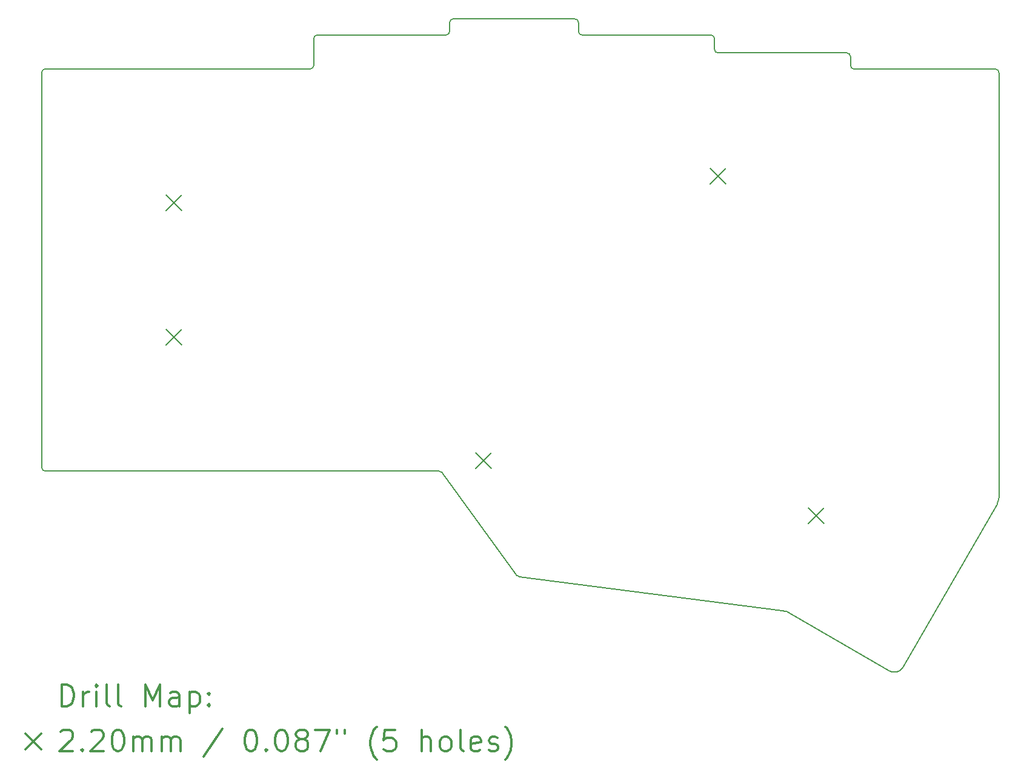
<source format=gbr>
%FSLAX45Y45*%
G04 Gerber Fmt 4.5, Leading zero omitted, Abs format (unit mm)*
G04 Created by KiCad (PCBNEW 5.1.5+dfsg1-2~bpo10+1) date 2020-09-05 13:32:20*
%MOMM*%
%LPD*%
G04 APERTURE LIST*
%TA.AperFunction,Profile*%
%ADD10C,0.150000*%
%TD*%
%ADD11C,0.200000*%
%ADD12C,0.300000*%
G04 APERTURE END LIST*
D10*
X19475000Y-12797500D02*
G75*
G02X19452276Y-12884770I-170224J-2270D01*
G01*
X18129726Y-15178146D02*
G75*
G02X17936925Y-15216096I-115301J77051D01*
G01*
X16442056Y-14377034D02*
G75*
G02X16507500Y-14390000I-33315J-339810D01*
G01*
X18130000Y-15177500D02*
X19452500Y-12885000D01*
X16507500Y-14390000D02*
X17940000Y-15217500D01*
X12775000Y-13900000D02*
X16445000Y-14377500D01*
X12739645Y-13885355D02*
G75*
G03X12775000Y-13900000I35355J35355D01*
G01*
X11685000Y-12440000D02*
X12740000Y-13885000D01*
X17400000Y-6625000D02*
X17400000Y-6750000D01*
X17400000Y-6625000D02*
G75*
G03X17350000Y-6575000I-50000J0D01*
G01*
X17400000Y-6750000D02*
G75*
G03X17450000Y-6800000I50000J0D01*
G01*
X19425000Y-6800000D02*
X17450000Y-6800000D01*
X11685355Y-12439645D02*
G75*
G03X11650000Y-12425000I-35355J-35355D01*
G01*
X6100000Y-12375000D02*
G75*
G03X6150000Y-12425000I50000J0D01*
G01*
X6150000Y-6800000D02*
G75*
G03X6100000Y-6850000I0J-50000D01*
G01*
X9850000Y-6800000D02*
G75*
G03X9900000Y-6750000I0J50000D01*
G01*
X9950000Y-6325000D02*
G75*
G03X9900000Y-6375000I0J-50000D01*
G01*
X11750000Y-6325000D02*
G75*
G03X11800000Y-6275000I0J50000D01*
G01*
X11850000Y-6100000D02*
G75*
G03X11800000Y-6150000I0J-50000D01*
G01*
X13600000Y-6150000D02*
G75*
G03X13550000Y-6100000I-50000J0D01*
G01*
X13600000Y-6275000D02*
G75*
G03X13650000Y-6325000I50000J0D01*
G01*
X15500000Y-6375000D02*
G75*
G03X15450000Y-6325000I-50000J0D01*
G01*
X15500000Y-6525000D02*
G75*
G03X15550000Y-6575000I50000J0D01*
G01*
X19475000Y-6850000D02*
G75*
G03X19425000Y-6800000I-50000J0D01*
G01*
X19475000Y-6850000D02*
X19475000Y-12797500D01*
X11650000Y-12425000D02*
X6149999Y-12425000D01*
X6100000Y-6850000D02*
X6100000Y-12375000D01*
X9850000Y-6800000D02*
X6147499Y-6800000D01*
X9900000Y-6375000D02*
X9900000Y-6750000D01*
X11750000Y-6325000D02*
X9950000Y-6325000D01*
X11800000Y-6150000D02*
X11800000Y-6275000D01*
X13550000Y-6100000D02*
X11850000Y-6100000D01*
X13600000Y-6275000D02*
X13600000Y-6150000D01*
X15450000Y-6325000D02*
X13650000Y-6325000D01*
X15500000Y-6525000D02*
X15500000Y-6375000D01*
X17350000Y-6575000D02*
X15550000Y-6575000D01*
D11*
X16815000Y-12940000D02*
X17035000Y-13160000D01*
X17035000Y-12940000D02*
X16815000Y-13160000D01*
X7840000Y-10440000D02*
X8060000Y-10660000D01*
X8060000Y-10440000D02*
X7840000Y-10660000D01*
X15440000Y-8190000D02*
X15660000Y-8410000D01*
X15660000Y-8190000D02*
X15440000Y-8410000D01*
X12165000Y-12165000D02*
X12385000Y-12385000D01*
X12385000Y-12165000D02*
X12165000Y-12385000D01*
X7840000Y-8565000D02*
X8060000Y-8785000D01*
X8060000Y-8565000D02*
X7840000Y-8785000D01*
D12*
X6378928Y-15712987D02*
X6378928Y-15412987D01*
X6450357Y-15412987D01*
X6493214Y-15427272D01*
X6521786Y-15455844D01*
X6536071Y-15484415D01*
X6550357Y-15541558D01*
X6550357Y-15584415D01*
X6536071Y-15641558D01*
X6521786Y-15670129D01*
X6493214Y-15698701D01*
X6450357Y-15712987D01*
X6378928Y-15712987D01*
X6678928Y-15712987D02*
X6678928Y-15512987D01*
X6678928Y-15570129D02*
X6693214Y-15541558D01*
X6707500Y-15527272D01*
X6736071Y-15512987D01*
X6764643Y-15512987D01*
X6864643Y-15712987D02*
X6864643Y-15512987D01*
X6864643Y-15412987D02*
X6850357Y-15427272D01*
X6864643Y-15441558D01*
X6878928Y-15427272D01*
X6864643Y-15412987D01*
X6864643Y-15441558D01*
X7050357Y-15712987D02*
X7021786Y-15698701D01*
X7007500Y-15670129D01*
X7007500Y-15412987D01*
X7207500Y-15712987D02*
X7178928Y-15698701D01*
X7164643Y-15670129D01*
X7164643Y-15412987D01*
X7550357Y-15712987D02*
X7550357Y-15412987D01*
X7650357Y-15627272D01*
X7750357Y-15412987D01*
X7750357Y-15712987D01*
X8021786Y-15712987D02*
X8021786Y-15555844D01*
X8007500Y-15527272D01*
X7978928Y-15512987D01*
X7921786Y-15512987D01*
X7893214Y-15527272D01*
X8021786Y-15698701D02*
X7993214Y-15712987D01*
X7921786Y-15712987D01*
X7893214Y-15698701D01*
X7878928Y-15670129D01*
X7878928Y-15641558D01*
X7893214Y-15612987D01*
X7921786Y-15598701D01*
X7993214Y-15598701D01*
X8021786Y-15584415D01*
X8164643Y-15512987D02*
X8164643Y-15812987D01*
X8164643Y-15527272D02*
X8193214Y-15512987D01*
X8250357Y-15512987D01*
X8278928Y-15527272D01*
X8293214Y-15541558D01*
X8307500Y-15570129D01*
X8307500Y-15655844D01*
X8293214Y-15684415D01*
X8278928Y-15698701D01*
X8250357Y-15712987D01*
X8193214Y-15712987D01*
X8164643Y-15698701D01*
X8436071Y-15684415D02*
X8450357Y-15698701D01*
X8436071Y-15712987D01*
X8421786Y-15698701D01*
X8436071Y-15684415D01*
X8436071Y-15712987D01*
X8436071Y-15527272D02*
X8450357Y-15541558D01*
X8436071Y-15555844D01*
X8421786Y-15541558D01*
X8436071Y-15527272D01*
X8436071Y-15555844D01*
X5872500Y-16097272D02*
X6092500Y-16317272D01*
X6092500Y-16097272D02*
X5872500Y-16317272D01*
X6364643Y-16071558D02*
X6378928Y-16057272D01*
X6407500Y-16042987D01*
X6478928Y-16042987D01*
X6507500Y-16057272D01*
X6521786Y-16071558D01*
X6536071Y-16100129D01*
X6536071Y-16128701D01*
X6521786Y-16171558D01*
X6350357Y-16342987D01*
X6536071Y-16342987D01*
X6664643Y-16314415D02*
X6678928Y-16328701D01*
X6664643Y-16342987D01*
X6650357Y-16328701D01*
X6664643Y-16314415D01*
X6664643Y-16342987D01*
X6793214Y-16071558D02*
X6807500Y-16057272D01*
X6836071Y-16042987D01*
X6907500Y-16042987D01*
X6936071Y-16057272D01*
X6950357Y-16071558D01*
X6964643Y-16100129D01*
X6964643Y-16128701D01*
X6950357Y-16171558D01*
X6778928Y-16342987D01*
X6964643Y-16342987D01*
X7150357Y-16042987D02*
X7178928Y-16042987D01*
X7207500Y-16057272D01*
X7221786Y-16071558D01*
X7236071Y-16100129D01*
X7250357Y-16157272D01*
X7250357Y-16228701D01*
X7236071Y-16285844D01*
X7221786Y-16314415D01*
X7207500Y-16328701D01*
X7178928Y-16342987D01*
X7150357Y-16342987D01*
X7121786Y-16328701D01*
X7107500Y-16314415D01*
X7093214Y-16285844D01*
X7078928Y-16228701D01*
X7078928Y-16157272D01*
X7093214Y-16100129D01*
X7107500Y-16071558D01*
X7121786Y-16057272D01*
X7150357Y-16042987D01*
X7378928Y-16342987D02*
X7378928Y-16142987D01*
X7378928Y-16171558D02*
X7393214Y-16157272D01*
X7421786Y-16142987D01*
X7464643Y-16142987D01*
X7493214Y-16157272D01*
X7507500Y-16185844D01*
X7507500Y-16342987D01*
X7507500Y-16185844D02*
X7521786Y-16157272D01*
X7550357Y-16142987D01*
X7593214Y-16142987D01*
X7621786Y-16157272D01*
X7636071Y-16185844D01*
X7636071Y-16342987D01*
X7778928Y-16342987D02*
X7778928Y-16142987D01*
X7778928Y-16171558D02*
X7793214Y-16157272D01*
X7821786Y-16142987D01*
X7864643Y-16142987D01*
X7893214Y-16157272D01*
X7907500Y-16185844D01*
X7907500Y-16342987D01*
X7907500Y-16185844D02*
X7921786Y-16157272D01*
X7950357Y-16142987D01*
X7993214Y-16142987D01*
X8021786Y-16157272D01*
X8036071Y-16185844D01*
X8036071Y-16342987D01*
X8621786Y-16028701D02*
X8364643Y-16414415D01*
X9007500Y-16042987D02*
X9036071Y-16042987D01*
X9064643Y-16057272D01*
X9078928Y-16071558D01*
X9093214Y-16100129D01*
X9107500Y-16157272D01*
X9107500Y-16228701D01*
X9093214Y-16285844D01*
X9078928Y-16314415D01*
X9064643Y-16328701D01*
X9036071Y-16342987D01*
X9007500Y-16342987D01*
X8978928Y-16328701D01*
X8964643Y-16314415D01*
X8950357Y-16285844D01*
X8936071Y-16228701D01*
X8936071Y-16157272D01*
X8950357Y-16100129D01*
X8964643Y-16071558D01*
X8978928Y-16057272D01*
X9007500Y-16042987D01*
X9236071Y-16314415D02*
X9250357Y-16328701D01*
X9236071Y-16342987D01*
X9221786Y-16328701D01*
X9236071Y-16314415D01*
X9236071Y-16342987D01*
X9436071Y-16042987D02*
X9464643Y-16042987D01*
X9493214Y-16057272D01*
X9507500Y-16071558D01*
X9521786Y-16100129D01*
X9536071Y-16157272D01*
X9536071Y-16228701D01*
X9521786Y-16285844D01*
X9507500Y-16314415D01*
X9493214Y-16328701D01*
X9464643Y-16342987D01*
X9436071Y-16342987D01*
X9407500Y-16328701D01*
X9393214Y-16314415D01*
X9378928Y-16285844D01*
X9364643Y-16228701D01*
X9364643Y-16157272D01*
X9378928Y-16100129D01*
X9393214Y-16071558D01*
X9407500Y-16057272D01*
X9436071Y-16042987D01*
X9707500Y-16171558D02*
X9678928Y-16157272D01*
X9664643Y-16142987D01*
X9650357Y-16114415D01*
X9650357Y-16100129D01*
X9664643Y-16071558D01*
X9678928Y-16057272D01*
X9707500Y-16042987D01*
X9764643Y-16042987D01*
X9793214Y-16057272D01*
X9807500Y-16071558D01*
X9821786Y-16100129D01*
X9821786Y-16114415D01*
X9807500Y-16142987D01*
X9793214Y-16157272D01*
X9764643Y-16171558D01*
X9707500Y-16171558D01*
X9678928Y-16185844D01*
X9664643Y-16200129D01*
X9650357Y-16228701D01*
X9650357Y-16285844D01*
X9664643Y-16314415D01*
X9678928Y-16328701D01*
X9707500Y-16342987D01*
X9764643Y-16342987D01*
X9793214Y-16328701D01*
X9807500Y-16314415D01*
X9821786Y-16285844D01*
X9821786Y-16228701D01*
X9807500Y-16200129D01*
X9793214Y-16185844D01*
X9764643Y-16171558D01*
X9921786Y-16042987D02*
X10121786Y-16042987D01*
X9993214Y-16342987D01*
X10221786Y-16042987D02*
X10221786Y-16100129D01*
X10336071Y-16042987D02*
X10336071Y-16100129D01*
X10778928Y-16457272D02*
X10764643Y-16442987D01*
X10736071Y-16400129D01*
X10721786Y-16371558D01*
X10707500Y-16328701D01*
X10693214Y-16257272D01*
X10693214Y-16200129D01*
X10707500Y-16128701D01*
X10721786Y-16085844D01*
X10736071Y-16057272D01*
X10764643Y-16014415D01*
X10778928Y-16000129D01*
X11036071Y-16042987D02*
X10893214Y-16042987D01*
X10878928Y-16185844D01*
X10893214Y-16171558D01*
X10921786Y-16157272D01*
X10993214Y-16157272D01*
X11021786Y-16171558D01*
X11036071Y-16185844D01*
X11050357Y-16214415D01*
X11050357Y-16285844D01*
X11036071Y-16314415D01*
X11021786Y-16328701D01*
X10993214Y-16342987D01*
X10921786Y-16342987D01*
X10893214Y-16328701D01*
X10878928Y-16314415D01*
X11407500Y-16342987D02*
X11407500Y-16042987D01*
X11536071Y-16342987D02*
X11536071Y-16185844D01*
X11521786Y-16157272D01*
X11493214Y-16142987D01*
X11450357Y-16142987D01*
X11421786Y-16157272D01*
X11407500Y-16171558D01*
X11721786Y-16342987D02*
X11693214Y-16328701D01*
X11678928Y-16314415D01*
X11664643Y-16285844D01*
X11664643Y-16200129D01*
X11678928Y-16171558D01*
X11693214Y-16157272D01*
X11721786Y-16142987D01*
X11764643Y-16142987D01*
X11793214Y-16157272D01*
X11807500Y-16171558D01*
X11821786Y-16200129D01*
X11821786Y-16285844D01*
X11807500Y-16314415D01*
X11793214Y-16328701D01*
X11764643Y-16342987D01*
X11721786Y-16342987D01*
X11993214Y-16342987D02*
X11964643Y-16328701D01*
X11950357Y-16300129D01*
X11950357Y-16042987D01*
X12221786Y-16328701D02*
X12193214Y-16342987D01*
X12136071Y-16342987D01*
X12107500Y-16328701D01*
X12093214Y-16300129D01*
X12093214Y-16185844D01*
X12107500Y-16157272D01*
X12136071Y-16142987D01*
X12193214Y-16142987D01*
X12221786Y-16157272D01*
X12236071Y-16185844D01*
X12236071Y-16214415D01*
X12093214Y-16242987D01*
X12350357Y-16328701D02*
X12378928Y-16342987D01*
X12436071Y-16342987D01*
X12464643Y-16328701D01*
X12478928Y-16300129D01*
X12478928Y-16285844D01*
X12464643Y-16257272D01*
X12436071Y-16242987D01*
X12393214Y-16242987D01*
X12364643Y-16228701D01*
X12350357Y-16200129D01*
X12350357Y-16185844D01*
X12364643Y-16157272D01*
X12393214Y-16142987D01*
X12436071Y-16142987D01*
X12464643Y-16157272D01*
X12578928Y-16457272D02*
X12593214Y-16442987D01*
X12621786Y-16400129D01*
X12636071Y-16371558D01*
X12650357Y-16328701D01*
X12664643Y-16257272D01*
X12664643Y-16200129D01*
X12650357Y-16128701D01*
X12636071Y-16085844D01*
X12621786Y-16057272D01*
X12593214Y-16014415D01*
X12578928Y-16000129D01*
M02*

</source>
